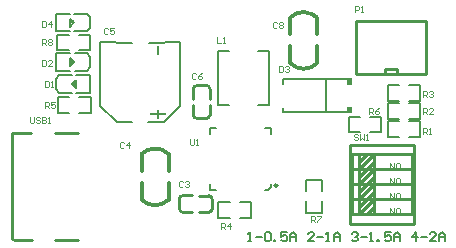
<source format=gto>
G04*
G04 #@! TF.GenerationSoftware,Altium Limited,Altium Designer,20.2.6 (244)*
G04*
G04 Layer_Color=65535*
%FSLAX25Y25*%
%MOIN*%
G70*
G04*
G04 #@! TF.SameCoordinates,3D68E59D-D58F-4EE4-A00C-4EB088E58223*
G04*
G04*
G04 #@! TF.FilePolarity,Positive*
G04*
G01*
G75*
%ADD10C,0.01200*%
%ADD11C,0.01000*%
%ADD12C,0.00600*%
%ADD13C,0.00591*%
%ADD14C,0.00598*%
%ADD15C,0.00300*%
%ADD16C,0.00500*%
G36*
X208366Y360594D02*
X207587D01*
Y363712D01*
X208366D01*
Y360594D01*
D02*
G37*
G36*
X272733Y350736D02*
X270933D01*
Y352817D01*
X272733D01*
Y350736D01*
D02*
G37*
G36*
Y341183D02*
X270933D01*
Y343264D01*
X272733D01*
Y341183D01*
D02*
G37*
G36*
X208366Y341236D02*
X210575D01*
Y340457D01*
X208366D01*
Y339287D01*
X207587D01*
Y340457D01*
X205378D01*
Y341236D01*
X207587D01*
Y342405D01*
X208366D01*
Y341236D01*
D02*
G37*
D10*
X202500Y312400D02*
G03*
X211500Y312400I4500J4500D01*
G01*
Y327600D02*
G03*
X202500Y327600I-4500J-4500D01*
G01*
X252000Y357884D02*
G03*
X261000Y357884I4500J4500D01*
G01*
Y373084D02*
G03*
X252000Y373084I-4500J-4500D01*
G01*
X202500Y312400D02*
Y318000D01*
Y322000D02*
Y327600D01*
X211500Y312400D02*
Y318000D01*
Y322000D02*
Y327600D01*
X252000Y357884D02*
Y363484D01*
Y367484D02*
Y373084D01*
X261000Y357884D02*
Y363484D01*
Y367484D02*
Y373084D01*
D11*
X225295Y349253D02*
G03*
X224076Y350472I-1220J0D01*
G01*
X220926D02*
G03*
X219706Y349253I-0J-1220D01*
G01*
X224053Y339467D02*
G03*
X225272Y340686I0J1220D01*
G01*
X219683D02*
G03*
X220903Y339467I1220J0D01*
G01*
X247795Y317148D02*
G03*
X247795Y317148I-492J0D01*
G01*
X216247Y313795D02*
G03*
X215027Y312576I0J-1220D01*
G01*
Y309426D02*
G03*
X216247Y308206I1220J-0D01*
G01*
X226033Y312553D02*
G03*
X224814Y313773I-1220J0D01*
G01*
Y308183D02*
G03*
X226033Y309403I0J1220D01*
G01*
X173500Y299000D02*
X181350D01*
X160000D02*
X165799D01*
X173512Y334716D02*
X181338D01*
X159414D02*
X165787D01*
X159414Y299283D02*
Y334716D01*
X225272Y340686D02*
Y343836D01*
X220903Y339467D02*
X224053D01*
X219683Y340686D02*
Y343836D01*
X225295Y346103D02*
Y349253D01*
X219706Y346103D02*
Y349253D01*
X220926Y350472D02*
X224076D01*
X275000Y322500D02*
Y327500D01*
Y325000D02*
X277500Y327500D01*
X280000Y307500D02*
Y312500D01*
X272500D02*
X292500D01*
X272500Y307500D02*
Y312500D01*
Y307500D02*
X292500D01*
Y312500D01*
X275000Y310000D02*
X277500Y312500D01*
X280000Y315000D01*
X275000D02*
X277500Y317500D01*
X280000Y320000D01*
X275000D02*
X277500Y322500D01*
X280000Y325000D01*
X275000Y317500D02*
Y322500D01*
X280000Y327500D01*
Y322500D02*
Y327500D01*
X275000Y312500D02*
X280000Y317500D01*
Y322500D01*
X275000Y317500D02*
X280000Y322500D01*
X275000Y312500D02*
Y317500D01*
Y307500D02*
Y312500D01*
Y307500D02*
X280000Y312500D01*
Y317500D01*
X272500D02*
Y322500D01*
Y327500D01*
X292500D01*
Y322500D02*
Y327500D01*
X272500Y322500D02*
X292500D01*
X272500D02*
X292500D01*
X272500D02*
X292500D01*
X272500D02*
X292500D01*
Y317500D02*
Y322500D01*
X272500Y317500D02*
X292500D01*
X272500D02*
X292500D01*
X272500D02*
X292500D01*
X272500Y312500D02*
Y317500D01*
Y312500D02*
X292500D01*
Y317500D01*
X277500Y307500D02*
X280000Y310000D01*
X271870Y330610D02*
X293130D01*
Y304389D02*
Y330610D01*
X271870Y304389D02*
X293130D01*
X271870D02*
Y330610D01*
X283594Y354307D02*
Y355882D01*
X287531Y354307D02*
Y355882D01*
X283594D02*
X287531D01*
X273949Y354307D02*
Y372024D01*
X297177Y354307D02*
Y372024D01*
X273949Y354307D02*
X297177D01*
X273949Y372024D02*
X297177D01*
X221664Y313772D02*
X224814D01*
X226033Y309403D02*
Y312553D01*
X221664Y308183D02*
X224814D01*
X216247Y313795D02*
X219397D01*
X216247Y308206D02*
X219397D01*
X215027Y309426D02*
Y312576D01*
D12*
X204911Y364711D02*
X215290Y364790D01*
Y343700D02*
Y364790D01*
X209800Y338210D02*
X215290Y343700D01*
X204700Y338262D02*
X209800Y338210D01*
X188708Y364792D02*
X199214Y364766D01*
X188708Y343705D02*
Y364792D01*
Y343705D02*
X194205Y338208D01*
X199300D01*
X284547Y344601D02*
X288322D01*
X284547Y339399D02*
Y344601D01*
Y339399D02*
X288322D01*
X291678Y344601D02*
X295453D01*
Y339399D02*
Y344601D01*
X291678Y339399D02*
X295453D01*
X235178Y306399D02*
X238953D01*
Y311601D01*
X235178D02*
X238953D01*
X228047Y306399D02*
X231822D01*
X228047D02*
Y311601D01*
X231822D01*
X262601Y315178D02*
Y318953D01*
X257399D02*
X262601D01*
X257399Y315178D02*
Y318953D01*
X262601Y308047D02*
Y311822D01*
X257399Y308047D02*
X262601D01*
X257399D02*
Y311822D01*
X284547Y338601D02*
X288322D01*
X284547Y333399D02*
Y338601D01*
Y333399D02*
X288322D01*
X291678Y338601D02*
X295453D01*
Y333399D02*
Y338601D01*
X291678Y333399D02*
X295453D01*
X284547Y350601D02*
X288322D01*
X284547Y345399D02*
Y350601D01*
Y345399D02*
X288322D01*
X291678Y350601D02*
X295453D01*
Y345399D02*
Y350601D01*
X291678Y345399D02*
X295453D01*
X174638Y346536D02*
X178413D01*
X174638Y341334D02*
Y346536D01*
Y341334D02*
X178413D01*
X181769Y346536D02*
X185544D01*
Y341334D02*
Y346536D01*
X181769Y341334D02*
X185544D01*
X241273Y361961D02*
X245068D01*
Y344039D02*
Y361961D01*
X241273Y344039D02*
X245068D01*
X227932Y361961D02*
X231727D01*
X227932Y344039D02*
Y361961D01*
Y344039D02*
X231727D01*
X174382Y367336D02*
X178157D01*
X174382Y362134D02*
Y367336D01*
Y362134D02*
X178157D01*
X181513Y367336D02*
X185288D01*
Y362134D02*
Y367336D01*
X181513Y362134D02*
X185288D01*
X271547Y340101D02*
X275322D01*
X271547Y334899D02*
Y340101D01*
Y334899D02*
X275322D01*
X278678Y340101D02*
X282453D01*
Y334899D02*
Y340101D01*
X278678Y334899D02*
X282453D01*
X249767Y350936D02*
Y352517D01*
Y341483D02*
Y343064D01*
Y352517D02*
X271233D01*
X249767Y341483D02*
X271233D01*
X263990D02*
Y352517D01*
D13*
X178603Y372748D02*
X178642D01*
X179942Y371449D01*
X178603Y370071D02*
Y370110D01*
X179942Y371449D01*
X178603Y370071D02*
Y372748D01*
X173996Y368496D02*
X178524D01*
X173996Y374402D02*
X178524D01*
X173996Y368496D02*
Y374323D01*
X180020Y374411D02*
X184155D01*
X185336Y372835D02*
Y373229D01*
X184155Y374411D02*
X185336Y373229D01*
Y370080D02*
Y372835D01*
Y369686D02*
Y370080D01*
X184155Y368505D02*
X185336Y369686D01*
X180020Y368505D02*
X184155D01*
X178603Y371449D02*
X179942D01*
X178719Y358232D02*
X180058D01*
X180136Y355288D02*
X184270D01*
X185451Y356469D01*
Y356863D01*
Y359619D01*
X184270Y361194D02*
X185451Y360013D01*
Y359619D02*
Y360013D01*
X180136Y361194D02*
X184270D01*
X174112Y355279D02*
Y361106D01*
Y361185D02*
X178640D01*
X174112Y355279D02*
X178640D01*
X178719Y356854D02*
Y359531D01*
Y356893D02*
X180058Y358232D01*
X178719Y356854D02*
Y356893D01*
X178758Y359531D02*
X180058Y358232D01*
X178719Y359531D02*
X178758D01*
X179251Y350984D02*
X180589D01*
X175038Y353928D02*
X179172D01*
X173857Y352747D02*
X175038Y353928D01*
X173857Y352353D02*
Y352747D01*
Y349597D02*
Y352353D01*
Y349203D02*
X175038Y348022D01*
X173857Y349203D02*
Y349597D01*
X175038Y348022D02*
X179172D01*
X185196Y348110D02*
Y353937D01*
X180668Y348031D02*
X185196D01*
X180668Y353937D02*
X185196D01*
X180589Y349685D02*
Y352362D01*
X179251Y350984D02*
X180589Y352323D01*
Y352362D01*
X179251Y350984D02*
X180550Y349685D01*
X180589D01*
D14*
X225274Y315766D02*
Y317734D01*
X243778Y336229D02*
X245746D01*
X225274Y336246D02*
X227242D01*
X245746Y334261D02*
Y336229D01*
X225274Y334278D02*
Y336246D01*
Y315766D02*
X227242D01*
X245736Y316748D02*
Y317732D01*
X244752Y315764D02*
X245736Y316748D01*
X243768Y315764D02*
X244752D01*
D15*
X191167Y369166D02*
X190834Y369500D01*
X190167D01*
X189834Y369166D01*
Y367834D01*
X190167Y367500D01*
X190834D01*
X191167Y367834D01*
X193166Y369500D02*
X191833D01*
Y368500D01*
X192500Y368833D01*
X192833D01*
X193166Y368500D01*
Y367834D01*
X192833Y367500D01*
X192166D01*
X191833Y367834D01*
X296334Y341000D02*
Y343000D01*
X297334D01*
X297667Y342667D01*
Y342000D01*
X297334Y341667D01*
X296334D01*
X297000D02*
X297667Y341000D01*
X299666D02*
X298333D01*
X299666Y342333D01*
Y342667D01*
X299333Y343000D01*
X298667D01*
X298333Y342667D01*
X228834Y302500D02*
Y304500D01*
X229834D01*
X230167Y304167D01*
Y303500D01*
X229834Y303167D01*
X228834D01*
X229500D02*
X230167Y302500D01*
X231833D02*
Y304500D01*
X230833Y303500D01*
X232166D01*
X258834Y305000D02*
Y307000D01*
X259834D01*
X260167Y306666D01*
Y306000D01*
X259834Y305667D01*
X258834D01*
X259500D02*
X260167Y305000D01*
X260833Y307000D02*
X262166D01*
Y306666D01*
X260833Y305334D01*
Y305000D01*
X296417Y334250D02*
Y336250D01*
X297417D01*
X297750Y335916D01*
Y335250D01*
X297417Y334917D01*
X296417D01*
X297084D02*
X297750Y334250D01*
X298416D02*
X299083D01*
X298750D01*
Y336250D01*
X298416Y335916D01*
X296334Y346500D02*
Y348500D01*
X297334D01*
X297667Y348166D01*
Y347500D01*
X297334Y347167D01*
X296334D01*
X297000D02*
X297667Y346500D01*
X298333Y348166D02*
X298667Y348500D01*
X299333D01*
X299666Y348166D01*
Y347833D01*
X299333Y347500D01*
X299000D01*
X299333D01*
X299666Y347167D01*
Y346834D01*
X299333Y346500D01*
X298667D01*
X298333Y346834D01*
X196667Y331167D02*
X196334Y331500D01*
X195667D01*
X195334Y331167D01*
Y329834D01*
X195667Y329500D01*
X196334D01*
X196667Y329834D01*
X198333Y329500D02*
Y331500D01*
X197333Y330500D01*
X198666D01*
X165168Y340000D02*
Y338334D01*
X165501Y338000D01*
X166167D01*
X166501Y338334D01*
Y340000D01*
X168500Y339667D02*
X168167Y340000D01*
X167500D01*
X167167Y339667D01*
Y339333D01*
X167500Y339000D01*
X168167D01*
X168500Y338667D01*
Y338334D01*
X168167Y338000D01*
X167500D01*
X167167Y338334D01*
X169167Y340000D02*
Y338000D01*
X170166D01*
X170499Y338334D01*
Y338667D01*
X170166Y339000D01*
X169167D01*
X170166D01*
X170499Y339333D01*
Y339667D01*
X170166Y340000D01*
X169167D01*
X171166Y338000D02*
X171832D01*
X171499D01*
Y340000D01*
X171166Y339667D01*
X170334Y343000D02*
Y345000D01*
X171334D01*
X171667Y344667D01*
Y344000D01*
X171334Y343667D01*
X170334D01*
X171000D02*
X171667Y343000D01*
X173666Y345000D02*
X172333D01*
Y344000D01*
X173000Y344333D01*
X173333D01*
X173666Y344000D01*
Y343334D01*
X173333Y343000D01*
X172667D01*
X172333Y343334D01*
X220667Y354167D02*
X220334Y354500D01*
X219667D01*
X219334Y354167D01*
Y352834D01*
X219667Y352500D01*
X220334D01*
X220667Y352834D01*
X222666Y354500D02*
X222000Y354167D01*
X221333Y353500D01*
Y352834D01*
X221667Y352500D01*
X222333D01*
X222666Y352834D01*
Y353167D01*
X222333Y353500D01*
X221333D01*
X227667Y366500D02*
Y364500D01*
X229000D01*
X229666D02*
X230333D01*
X230000D01*
Y366500D01*
X229666Y366166D01*
X169334Y364000D02*
Y366000D01*
X170334D01*
X170667Y365667D01*
Y365000D01*
X170334Y364667D01*
X169334D01*
X170000D02*
X170667Y364000D01*
X171333Y365667D02*
X171667Y366000D01*
X172333D01*
X172666Y365667D01*
Y365333D01*
X172333Y365000D01*
X172666Y364667D01*
Y364334D01*
X172333Y364000D01*
X171667D01*
X171333Y364334D01*
Y364667D01*
X171667Y365000D01*
X171333Y365333D01*
Y365667D01*
X171667Y365000D02*
X172333D01*
X169334Y372000D02*
Y370000D01*
X170334D01*
X170667Y370334D01*
Y371667D01*
X170334Y372000D01*
X169334D01*
X172333Y370000D02*
Y372000D01*
X171333Y371000D01*
X172666D01*
X247667Y371166D02*
X247334Y371500D01*
X246667D01*
X246334Y371166D01*
Y369834D01*
X246667Y369500D01*
X247334D01*
X247667Y369834D01*
X248333Y371166D02*
X248667Y371500D01*
X249333D01*
X249666Y371166D01*
Y370833D01*
X249333Y370500D01*
X249666Y370167D01*
Y369834D01*
X249333Y369500D01*
X248667D01*
X248333Y369834D01*
Y370167D01*
X248667Y370500D01*
X248333Y370833D01*
Y371166D01*
X248667Y370500D02*
X249333D01*
X287554Y317721D02*
X288221D01*
X288554Y318055D01*
Y319387D01*
X288221Y319721D01*
X287554D01*
X287221Y319387D01*
Y318055D01*
X287554Y317721D01*
X286555Y319721D02*
Y317721D01*
X285222Y319721D01*
Y317721D01*
X287554Y312721D02*
X288221D01*
X288554Y313055D01*
Y314387D01*
X288221Y314721D01*
X287554D01*
X287221Y314387D01*
Y313055D01*
X287554Y312721D01*
X286555Y314721D02*
Y312721D01*
X285222Y314721D01*
Y312721D01*
X287554Y307721D02*
X288221D01*
X288554Y308055D01*
Y309387D01*
X288221Y309721D01*
X287554D01*
X287221Y309387D01*
Y308055D01*
X287554Y307721D01*
X286555Y309721D02*
Y307721D01*
X285222Y309721D01*
Y307721D01*
X287554Y322721D02*
X288221D01*
X288554Y323055D01*
Y324387D01*
X288221Y324721D01*
X287554D01*
X287221Y324387D01*
Y323055D01*
X287554Y322721D01*
X286555Y324721D02*
Y322721D01*
X285222Y324721D01*
Y322721D01*
X273700Y374800D02*
Y376799D01*
X274700D01*
X275033Y376466D01*
Y375800D01*
X274700Y375466D01*
X273700D01*
X275699Y374800D02*
X276366D01*
X276033D01*
Y376799D01*
X275699Y376466D01*
X218667Y332500D02*
Y330834D01*
X219000Y330500D01*
X219667D01*
X220000Y330834D01*
Y332500D01*
X220666Y330500D02*
X221333D01*
X221000D01*
Y332500D01*
X220666Y332167D01*
X274500Y333783D02*
X274167Y334116D01*
X273501D01*
X273167Y333783D01*
Y333449D01*
X273501Y333116D01*
X274167D01*
X274500Y332783D01*
Y332450D01*
X274167Y332116D01*
X273501D01*
X273167Y332450D01*
X275167Y334116D02*
Y332116D01*
X275833Y332783D01*
X276500Y332116D01*
Y334116D01*
X277166Y332116D02*
X277833D01*
X277499D01*
Y334116D01*
X277166Y333783D01*
X278334Y341000D02*
Y343000D01*
X279334D01*
X279667Y342667D01*
Y342000D01*
X279334Y341667D01*
X278334D01*
X279000D02*
X279667Y341000D01*
X281666Y343000D02*
X281000Y342667D01*
X280333Y342000D01*
Y341334D01*
X280666Y341000D01*
X281333D01*
X281666Y341334D01*
Y341667D01*
X281333Y342000D01*
X280333D01*
X248200Y357099D02*
Y355100D01*
X249200D01*
X249533Y355433D01*
Y356766D01*
X249200Y357099D01*
X248200D01*
X250199Y356766D02*
X250533Y357099D01*
X251199D01*
X251532Y356766D01*
Y356433D01*
X251199Y356100D01*
X250866D01*
X251199D01*
X251532Y355766D01*
Y355433D01*
X251199Y355100D01*
X250533D01*
X250199Y355433D01*
X169334Y359000D02*
Y357000D01*
X170334D01*
X170667Y357334D01*
Y358666D01*
X170334Y359000D01*
X169334D01*
X172666Y357000D02*
X171333D01*
X172666Y358333D01*
Y358666D01*
X172333Y359000D01*
X171667D01*
X171333Y358666D01*
X170167Y352000D02*
Y350000D01*
X171167D01*
X171500Y350334D01*
Y351666D01*
X171167Y352000D01*
X170167D01*
X172167Y350000D02*
X172833D01*
X172500D01*
Y352000D01*
X172167Y351666D01*
X216133Y318266D02*
X215800Y318599D01*
X215133D01*
X214800Y318266D01*
Y316933D01*
X215133Y316600D01*
X215800D01*
X216133Y316933D01*
X216799Y318266D02*
X217133Y318599D01*
X217799D01*
X218132Y318266D01*
Y317933D01*
X217799Y317600D01*
X217466D01*
X217799D01*
X218132Y317266D01*
Y316933D01*
X217799Y316600D01*
X217133D01*
X216799Y316933D01*
D16*
X238000Y298500D02*
X239000D01*
X238500D01*
Y301499D01*
X238000Y300999D01*
X240499Y299999D02*
X242498D01*
X243498Y300999D02*
X243998Y301499D01*
X244998D01*
X245498Y300999D01*
Y299000D01*
X244998Y298500D01*
X243998D01*
X243498Y299000D01*
Y300999D01*
X246497Y298500D02*
Y299000D01*
X246997D01*
Y298500D01*
X246497D01*
X250996Y301499D02*
X248996D01*
Y299999D01*
X249996Y300499D01*
X250496D01*
X250996Y299999D01*
Y299000D01*
X250496Y298500D01*
X249496D01*
X248996Y299000D01*
X251995Y298500D02*
Y300499D01*
X252995Y301499D01*
X253995Y300499D01*
Y298500D01*
Y299999D01*
X251995D01*
X259993Y298500D02*
X257994D01*
X259993Y300499D01*
Y300999D01*
X259493Y301499D01*
X258493D01*
X257994Y300999D01*
X260993Y299999D02*
X262992D01*
X263992Y298500D02*
X264991D01*
X264491D01*
Y301499D01*
X263992Y300999D01*
X266491Y298500D02*
Y300499D01*
X267491Y301499D01*
X268490Y300499D01*
Y298500D01*
Y299999D01*
X266491D01*
X272489Y300999D02*
X272989Y301499D01*
X273988D01*
X274488Y300999D01*
Y300499D01*
X273988Y299999D01*
X273488D01*
X273988D01*
X274488Y299500D01*
Y299000D01*
X273988Y298500D01*
X272989D01*
X272489Y299000D01*
X275488Y299999D02*
X277487D01*
X278487Y298500D02*
X279487D01*
X278987D01*
Y301499D01*
X278487Y300999D01*
X280986Y298500D02*
Y299000D01*
X281486D01*
Y298500D01*
X280986D01*
X285485Y301499D02*
X283485D01*
Y299999D01*
X284485Y300499D01*
X284985D01*
X285485Y299999D01*
Y299000D01*
X284985Y298500D01*
X283985D01*
X283485Y299000D01*
X286484Y298500D02*
Y300499D01*
X287484Y301499D01*
X288484Y300499D01*
Y298500D01*
Y299999D01*
X286484D01*
X293982Y298500D02*
Y301499D01*
X292482Y299999D01*
X294482D01*
X295481D02*
X297481D01*
X300480Y298500D02*
X298480D01*
X300480Y300499D01*
Y300999D01*
X299980Y301499D01*
X298980D01*
X298480Y300999D01*
X301480Y298500D02*
Y300499D01*
X302479Y301499D01*
X303479Y300499D01*
Y298500D01*
Y299999D01*
X301480D01*
M02*

</source>
